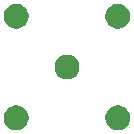
<source format=gbr>
G04 #@! TF.GenerationSoftware,KiCad,Pcbnew,5.1.5+dfsg1-2build2*
G04 #@! TF.CreationDate,2022-03-04T22:05:38-05:00*
G04 #@! TF.ProjectId,SMA_FLANGE_4_HOLES,534d415f-464c-4414-9e47-455f345f484f,rev?*
G04 #@! TF.SameCoordinates,Original*
G04 #@! TF.FileFunction,Soldermask,Bot*
G04 #@! TF.FilePolarity,Negative*
%FSLAX46Y46*%
G04 Gerber Fmt 4.6, Leading zero omitted, Abs format (unit mm)*
G04 Created by KiCad (PCBNEW 5.1.5+dfsg1-2build2) date 2022-03-04 22:05:38*
%MOMM*%
%LPD*%
G04 APERTURE LIST*
%ADD10C,0.100000*%
G04 APERTURE END LIST*
D10*
G36*
X62206416Y-60889879D02*
G01*
X62397592Y-60969067D01*
X62397594Y-60969068D01*
X62569648Y-61084031D01*
X62715969Y-61230352D01*
X62830933Y-61402408D01*
X62910121Y-61593584D01*
X62950490Y-61796534D01*
X62950490Y-62003466D01*
X62910121Y-62206416D01*
X62830933Y-62397592D01*
X62830932Y-62397594D01*
X62715969Y-62569648D01*
X62569648Y-62715969D01*
X62397594Y-62830932D01*
X62397593Y-62830933D01*
X62397592Y-62830933D01*
X62206416Y-62910121D01*
X62003466Y-62950490D01*
X61796534Y-62950490D01*
X61593584Y-62910121D01*
X61402408Y-62830933D01*
X61402407Y-62830933D01*
X61402406Y-62830932D01*
X61230352Y-62715969D01*
X61084031Y-62569648D01*
X60969068Y-62397594D01*
X60969067Y-62397592D01*
X60889879Y-62206416D01*
X60849510Y-62003466D01*
X60849510Y-61796534D01*
X60889879Y-61593584D01*
X60969067Y-61402408D01*
X61084031Y-61230352D01*
X61230352Y-61084031D01*
X61402406Y-60969068D01*
X61402408Y-60969067D01*
X61593584Y-60889879D01*
X61796534Y-60849510D01*
X62003466Y-60849510D01*
X62206416Y-60889879D01*
G37*
G36*
X53606416Y-60889879D02*
G01*
X53797592Y-60969067D01*
X53797594Y-60969068D01*
X53969648Y-61084031D01*
X54115969Y-61230352D01*
X54230933Y-61402408D01*
X54310121Y-61593584D01*
X54350490Y-61796534D01*
X54350490Y-62003466D01*
X54310121Y-62206416D01*
X54230933Y-62397592D01*
X54230932Y-62397594D01*
X54115969Y-62569648D01*
X53969648Y-62715969D01*
X53797594Y-62830932D01*
X53797593Y-62830933D01*
X53797592Y-62830933D01*
X53606416Y-62910121D01*
X53403466Y-62950490D01*
X53196534Y-62950490D01*
X52993584Y-62910121D01*
X52802408Y-62830933D01*
X52802407Y-62830933D01*
X52802406Y-62830932D01*
X52630352Y-62715969D01*
X52484031Y-62569648D01*
X52369068Y-62397594D01*
X52369067Y-62397592D01*
X52289879Y-62206416D01*
X52249510Y-62003466D01*
X52249510Y-61796534D01*
X52289879Y-61593584D01*
X52369067Y-61402408D01*
X52484031Y-61230352D01*
X52630352Y-61084031D01*
X52802406Y-60969068D01*
X52802408Y-60969067D01*
X52993584Y-60889879D01*
X53196534Y-60849510D01*
X53403466Y-60849510D01*
X53606416Y-60889879D01*
G37*
G36*
X57906416Y-56589879D02*
G01*
X58097592Y-56669067D01*
X58097594Y-56669068D01*
X58269648Y-56784031D01*
X58415969Y-56930352D01*
X58530933Y-57102408D01*
X58610121Y-57293584D01*
X58650490Y-57496534D01*
X58650490Y-57703466D01*
X58610121Y-57906416D01*
X58530933Y-58097592D01*
X58530932Y-58097594D01*
X58415969Y-58269648D01*
X58269648Y-58415969D01*
X58097594Y-58530932D01*
X58097593Y-58530933D01*
X58097592Y-58530933D01*
X57906416Y-58610121D01*
X57703466Y-58650490D01*
X57496534Y-58650490D01*
X57293584Y-58610121D01*
X57102408Y-58530933D01*
X57102407Y-58530933D01*
X57102406Y-58530932D01*
X56930352Y-58415969D01*
X56784031Y-58269648D01*
X56669068Y-58097594D01*
X56669067Y-58097592D01*
X56589879Y-57906416D01*
X56549510Y-57703466D01*
X56549510Y-57496534D01*
X56589879Y-57293584D01*
X56669067Y-57102408D01*
X56784031Y-56930352D01*
X56930352Y-56784031D01*
X57102406Y-56669068D01*
X57102408Y-56669067D01*
X57293584Y-56589879D01*
X57496534Y-56549510D01*
X57703466Y-56549510D01*
X57906416Y-56589879D01*
G37*
G36*
X62206416Y-52289879D02*
G01*
X62397592Y-52369067D01*
X62397594Y-52369068D01*
X62569648Y-52484031D01*
X62715969Y-52630352D01*
X62830933Y-52802408D01*
X62910121Y-52993584D01*
X62950490Y-53196534D01*
X62950490Y-53403466D01*
X62910121Y-53606416D01*
X62830933Y-53797592D01*
X62830932Y-53797594D01*
X62715969Y-53969648D01*
X62569648Y-54115969D01*
X62397594Y-54230932D01*
X62397593Y-54230933D01*
X62397592Y-54230933D01*
X62206416Y-54310121D01*
X62003466Y-54350490D01*
X61796534Y-54350490D01*
X61593584Y-54310121D01*
X61402408Y-54230933D01*
X61402407Y-54230933D01*
X61402406Y-54230932D01*
X61230352Y-54115969D01*
X61084031Y-53969648D01*
X60969068Y-53797594D01*
X60969067Y-53797592D01*
X60889879Y-53606416D01*
X60849510Y-53403466D01*
X60849510Y-53196534D01*
X60889879Y-52993584D01*
X60969067Y-52802408D01*
X61084031Y-52630352D01*
X61230352Y-52484031D01*
X61402406Y-52369068D01*
X61402408Y-52369067D01*
X61593584Y-52289879D01*
X61796534Y-52249510D01*
X62003466Y-52249510D01*
X62206416Y-52289879D01*
G37*
G36*
X53606416Y-52289879D02*
G01*
X53797592Y-52369067D01*
X53797594Y-52369068D01*
X53969648Y-52484031D01*
X54115969Y-52630352D01*
X54230933Y-52802408D01*
X54310121Y-52993584D01*
X54350490Y-53196534D01*
X54350490Y-53403466D01*
X54310121Y-53606416D01*
X54230933Y-53797592D01*
X54230932Y-53797594D01*
X54115969Y-53969648D01*
X53969648Y-54115969D01*
X53797594Y-54230932D01*
X53797593Y-54230933D01*
X53797592Y-54230933D01*
X53606416Y-54310121D01*
X53403466Y-54350490D01*
X53196534Y-54350490D01*
X52993584Y-54310121D01*
X52802408Y-54230933D01*
X52802407Y-54230933D01*
X52802406Y-54230932D01*
X52630352Y-54115969D01*
X52484031Y-53969648D01*
X52369068Y-53797594D01*
X52369067Y-53797592D01*
X52289879Y-53606416D01*
X52249510Y-53403466D01*
X52249510Y-53196534D01*
X52289879Y-52993584D01*
X52369067Y-52802408D01*
X52484031Y-52630352D01*
X52630352Y-52484031D01*
X52802406Y-52369068D01*
X52802408Y-52369067D01*
X52993584Y-52289879D01*
X53196534Y-52249510D01*
X53403466Y-52249510D01*
X53606416Y-52289879D01*
G37*
M02*

</source>
